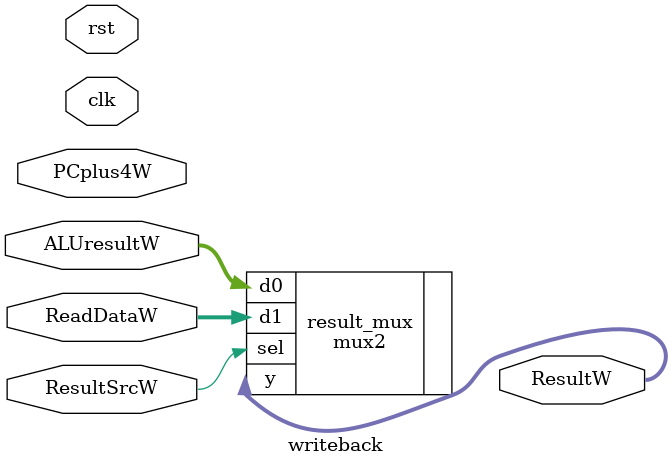
<source format=v>
`timescale 1ns / 1ps


module writeback (
    input clk,rst,ResultSrcW,
    input [31:0] PCplus4W,ALUresultW,ReadDataW,
    output [31:0] ResultW
);

mux2 #(32) result_mux(.d0(ALUresultW),
                     .d1(ReadDataW),
                     .sel(ResultSrcW),
                     .y(ResultW));

    endmodule

</source>
